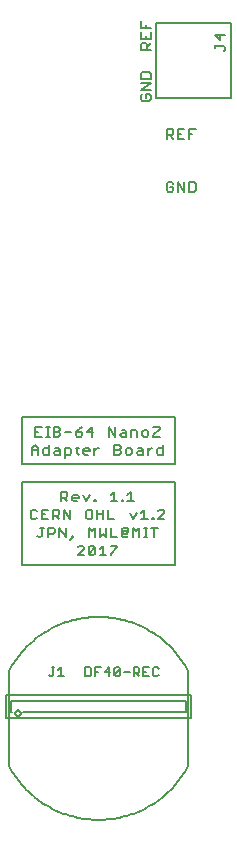
<source format=gto>
G75*
%MOIN*%
%OFA0B0*%
%FSLAX25Y25*%
%IPPOS*%
%LPD*%
%AMOC8*
5,1,8,0,0,1.08239X$1,22.5*
%
%ADD10C,0.00800*%
%ADD11C,0.00700*%
%ADD12C,0.00787*%
%ADD13C,0.00500*%
%ADD14C,0.00600*%
D10*
X0117209Y0114461D02*
X0116676Y0114995D01*
X0116676Y0117130D01*
X0117209Y0117664D01*
X0118277Y0117664D01*
X0118811Y0117130D01*
X0120359Y0117664D02*
X0120359Y0114461D01*
X0122494Y0114461D01*
X0124042Y0114461D02*
X0124042Y0117664D01*
X0125643Y0117664D01*
X0126177Y0117130D01*
X0126177Y0116062D01*
X0125643Y0115529D01*
X0124042Y0115529D01*
X0125109Y0115529D02*
X0126177Y0114461D01*
X0127725Y0114461D02*
X0127725Y0117664D01*
X0129860Y0114461D01*
X0129860Y0117664D01*
X0128939Y0120461D02*
X0127872Y0121529D01*
X0128406Y0121529D02*
X0126804Y0121529D01*
X0126804Y0120461D02*
X0126804Y0123664D01*
X0128406Y0123664D01*
X0128939Y0123130D01*
X0128939Y0122062D01*
X0128406Y0121529D01*
X0130487Y0121529D02*
X0132623Y0121529D01*
X0132623Y0122062D01*
X0132089Y0122596D01*
X0131021Y0122596D01*
X0130487Y0122062D01*
X0130487Y0120995D01*
X0131021Y0120461D01*
X0132089Y0120461D01*
X0134171Y0122596D02*
X0135238Y0120461D01*
X0136306Y0122596D01*
X0137854Y0120995D02*
X0138387Y0120995D01*
X0138387Y0120461D01*
X0137854Y0120461D01*
X0137854Y0120995D01*
X0138774Y0117664D02*
X0138774Y0114461D01*
X0138774Y0116062D02*
X0140910Y0116062D01*
X0140910Y0114461D02*
X0140910Y0117664D01*
X0142458Y0117664D02*
X0142458Y0114461D01*
X0144593Y0114461D01*
X0143378Y0111664D02*
X0143378Y0108461D01*
X0145514Y0108461D01*
X0147062Y0108995D02*
X0147062Y0111130D01*
X0147595Y0111664D01*
X0148663Y0111664D01*
X0149197Y0111130D01*
X0149197Y0110062D01*
X0148663Y0109529D01*
X0148663Y0110596D01*
X0147595Y0110596D01*
X0147595Y0109529D01*
X0148663Y0109529D01*
X0149197Y0108995D02*
X0148663Y0108461D01*
X0147595Y0108461D01*
X0147062Y0108995D01*
X0145514Y0105664D02*
X0143378Y0105664D01*
X0145514Y0105664D02*
X0145514Y0105130D01*
X0143378Y0102995D01*
X0143378Y0102461D01*
X0141830Y0102461D02*
X0139695Y0102461D01*
X0140763Y0102461D02*
X0140763Y0105664D01*
X0139695Y0104596D01*
X0138147Y0105130D02*
X0138147Y0102995D01*
X0137613Y0102461D01*
X0136546Y0102461D01*
X0136012Y0102995D01*
X0138147Y0105130D01*
X0137613Y0105664D01*
X0136546Y0105664D01*
X0136012Y0105130D01*
X0136012Y0102995D01*
X0134464Y0102461D02*
X0132329Y0102461D01*
X0134464Y0104596D01*
X0134464Y0105130D01*
X0133930Y0105664D01*
X0132863Y0105664D01*
X0132329Y0105130D01*
X0129874Y0107393D02*
X0130941Y0108461D01*
X0130407Y0108461D01*
X0130407Y0108995D01*
X0130941Y0108995D01*
X0130941Y0108461D01*
X0128326Y0108461D02*
X0128326Y0111664D01*
X0126190Y0111664D02*
X0126190Y0108461D01*
X0128326Y0108461D02*
X0126190Y0111664D01*
X0124642Y0111130D02*
X0124642Y0110062D01*
X0124109Y0109529D01*
X0122507Y0109529D01*
X0122507Y0108461D02*
X0122507Y0111664D01*
X0124109Y0111664D01*
X0124642Y0111130D01*
X0120959Y0111664D02*
X0119892Y0111664D01*
X0120425Y0111664D02*
X0120425Y0108995D01*
X0119892Y0108461D01*
X0119358Y0108461D01*
X0118824Y0108995D01*
X0118277Y0114461D02*
X0118811Y0114995D01*
X0118277Y0114461D02*
X0117209Y0114461D01*
X0120359Y0116062D02*
X0121426Y0116062D01*
X0120359Y0117664D02*
X0122494Y0117664D01*
X0135091Y0117130D02*
X0135091Y0114995D01*
X0135625Y0114461D01*
X0136693Y0114461D01*
X0137226Y0114995D01*
X0137226Y0117130D01*
X0136693Y0117664D01*
X0135625Y0117664D01*
X0135091Y0117130D01*
X0136012Y0111664D02*
X0137080Y0110596D01*
X0138147Y0111664D01*
X0138147Y0108461D01*
X0139695Y0108461D02*
X0139695Y0111664D01*
X0141830Y0111664D02*
X0141830Y0108461D01*
X0140763Y0109529D01*
X0139695Y0108461D01*
X0136012Y0108461D02*
X0136012Y0111664D01*
X0143378Y0120461D02*
X0145514Y0120461D01*
X0144446Y0120461D02*
X0144446Y0123664D01*
X0143378Y0122596D01*
X0147062Y0120995D02*
X0147595Y0120995D01*
X0147595Y0120461D01*
X0147062Y0120461D01*
X0147062Y0120995D01*
X0148903Y0120461D02*
X0151038Y0120461D01*
X0149971Y0120461D02*
X0149971Y0123664D01*
X0148903Y0122596D01*
X0149824Y0116596D02*
X0150891Y0114461D01*
X0151959Y0116596D01*
X0153507Y0116596D02*
X0154575Y0117664D01*
X0154575Y0114461D01*
X0155642Y0114461D02*
X0153507Y0114461D01*
X0152880Y0111664D02*
X0152880Y0108461D01*
X0154428Y0108461D02*
X0155495Y0108461D01*
X0154962Y0108461D02*
X0154962Y0111664D01*
X0155495Y0111664D02*
X0154428Y0111664D01*
X0152880Y0111664D02*
X0151812Y0110596D01*
X0150745Y0111664D01*
X0150745Y0108461D01*
X0156883Y0111664D02*
X0159018Y0111664D01*
X0157951Y0111664D02*
X0157951Y0108461D01*
X0157724Y0114461D02*
X0157190Y0114461D01*
X0157190Y0114995D01*
X0157724Y0114995D01*
X0157724Y0114461D01*
X0159032Y0114461D02*
X0161167Y0116596D01*
X0161167Y0117130D01*
X0160633Y0117664D01*
X0159566Y0117664D01*
X0159032Y0117130D01*
X0159032Y0114461D02*
X0161167Y0114461D01*
X0160860Y0136020D02*
X0159259Y0136020D01*
X0158725Y0136554D01*
X0158725Y0137621D01*
X0159259Y0138155D01*
X0160860Y0138155D01*
X0160860Y0139223D02*
X0160860Y0136020D01*
X0157257Y0138155D02*
X0156723Y0138155D01*
X0155656Y0137088D01*
X0155656Y0138155D02*
X0155656Y0136020D01*
X0154108Y0136020D02*
X0152506Y0136020D01*
X0151972Y0136554D01*
X0152506Y0137088D01*
X0154108Y0137088D01*
X0154108Y0137621D02*
X0154108Y0136020D01*
X0154108Y0137621D02*
X0153574Y0138155D01*
X0152506Y0138155D01*
X0150424Y0137621D02*
X0150424Y0136554D01*
X0149891Y0136020D01*
X0148823Y0136020D01*
X0148289Y0136554D01*
X0148289Y0137621D01*
X0148823Y0138155D01*
X0149891Y0138155D01*
X0150424Y0137621D01*
X0146741Y0137088D02*
X0146741Y0136554D01*
X0146207Y0136020D01*
X0144606Y0136020D01*
X0144606Y0139223D01*
X0146207Y0139223D01*
X0146741Y0138689D01*
X0146741Y0138155D01*
X0146207Y0137621D01*
X0144606Y0137621D01*
X0146207Y0137621D02*
X0146741Y0137088D01*
X0146981Y0142020D02*
X0146448Y0142554D01*
X0146981Y0143088D01*
X0148583Y0143088D01*
X0148583Y0143621D02*
X0148583Y0142020D01*
X0146981Y0142020D01*
X0144900Y0142020D02*
X0144900Y0145223D01*
X0142765Y0145223D02*
X0142765Y0142020D01*
X0144900Y0142020D02*
X0142765Y0145223D01*
X0146981Y0144155D02*
X0148049Y0144155D01*
X0148583Y0143621D01*
X0150131Y0144155D02*
X0151732Y0144155D01*
X0152266Y0143621D01*
X0152266Y0142020D01*
X0153814Y0142554D02*
X0153814Y0143621D01*
X0154348Y0144155D01*
X0155415Y0144155D01*
X0155949Y0143621D01*
X0155949Y0142554D01*
X0155415Y0142020D01*
X0154348Y0142020D01*
X0153814Y0142554D01*
X0157497Y0142554D02*
X0157497Y0142020D01*
X0159632Y0142020D01*
X0157497Y0142554D02*
X0159632Y0144689D01*
X0159632Y0145223D01*
X0157497Y0145223D01*
X0150131Y0144155D02*
X0150131Y0142020D01*
X0139455Y0138155D02*
X0138921Y0138155D01*
X0137854Y0137088D01*
X0137854Y0138155D02*
X0137854Y0136020D01*
X0136306Y0137088D02*
X0134171Y0137088D01*
X0134171Y0137621D02*
X0134704Y0138155D01*
X0135772Y0138155D01*
X0136306Y0137621D01*
X0136306Y0137088D01*
X0135772Y0136020D02*
X0134704Y0136020D01*
X0134171Y0136554D01*
X0134171Y0137621D01*
X0132783Y0138155D02*
X0131715Y0138155D01*
X0132249Y0138689D02*
X0132249Y0136554D01*
X0132783Y0136020D01*
X0130167Y0136554D02*
X0130167Y0137621D01*
X0129633Y0138155D01*
X0128032Y0138155D01*
X0128032Y0134952D01*
X0128032Y0136020D02*
X0129633Y0136020D01*
X0130167Y0136554D01*
X0126484Y0137088D02*
X0124883Y0137088D01*
X0124349Y0136554D01*
X0124883Y0136020D01*
X0126484Y0136020D01*
X0126484Y0137621D01*
X0125950Y0138155D01*
X0124883Y0138155D01*
X0122801Y0138155D02*
X0121199Y0138155D01*
X0120666Y0137621D01*
X0120666Y0136554D01*
X0121199Y0136020D01*
X0122801Y0136020D01*
X0122801Y0139223D01*
X0122961Y0142020D02*
X0121893Y0142020D01*
X0122427Y0142020D02*
X0122427Y0145223D01*
X0121893Y0145223D02*
X0122961Y0145223D01*
X0124349Y0145223D02*
X0125950Y0145223D01*
X0126484Y0144689D01*
X0126484Y0144155D01*
X0125950Y0143621D01*
X0124349Y0143621D01*
X0124349Y0142020D02*
X0124349Y0145223D01*
X0125950Y0143621D02*
X0126484Y0143088D01*
X0126484Y0142554D01*
X0125950Y0142020D01*
X0124349Y0142020D01*
X0120345Y0142020D02*
X0118210Y0142020D01*
X0118210Y0145223D01*
X0120345Y0145223D01*
X0119278Y0143621D02*
X0118210Y0143621D01*
X0118050Y0139223D02*
X0116983Y0138155D01*
X0116983Y0136020D01*
X0116983Y0137621D02*
X0119118Y0137621D01*
X0119118Y0138155D02*
X0119118Y0136020D01*
X0119118Y0138155D02*
X0118050Y0139223D01*
X0128032Y0143621D02*
X0130167Y0143621D01*
X0131715Y0143621D02*
X0131715Y0142554D01*
X0132249Y0142020D01*
X0133316Y0142020D01*
X0133850Y0142554D01*
X0133850Y0143088D01*
X0133316Y0143621D01*
X0131715Y0143621D01*
X0132783Y0144689D01*
X0133850Y0145223D01*
X0135398Y0143621D02*
X0137533Y0143621D01*
X0137000Y0142020D02*
X0137000Y0145223D01*
X0135398Y0143621D01*
D11*
X0113705Y0148494D02*
X0113705Y0132746D01*
X0164886Y0132746D01*
X0164886Y0148494D01*
X0113705Y0148494D01*
X0113705Y0126841D02*
X0164886Y0126841D01*
X0164886Y0099281D01*
X0113705Y0099281D01*
X0113705Y0126841D01*
X0162611Y0223616D02*
X0163712Y0223616D01*
X0164262Y0224166D01*
X0164262Y0225267D01*
X0163161Y0225267D01*
X0162060Y0226368D02*
X0162060Y0224166D01*
X0162611Y0223616D01*
X0162060Y0226368D02*
X0162611Y0226919D01*
X0163712Y0226919D01*
X0164262Y0226368D01*
X0165744Y0226919D02*
X0165744Y0223616D01*
X0167945Y0223616D02*
X0165744Y0226919D01*
X0167945Y0226919D02*
X0167945Y0223616D01*
X0169427Y0223616D02*
X0171078Y0223616D01*
X0171629Y0224166D01*
X0171629Y0226368D01*
X0171078Y0226919D01*
X0169427Y0226919D01*
X0169427Y0223616D01*
X0169427Y0241332D02*
X0169427Y0244635D01*
X0171629Y0244635D01*
X0170528Y0242984D02*
X0169427Y0242984D01*
X0167945Y0244635D02*
X0165744Y0244635D01*
X0165744Y0241332D01*
X0167945Y0241332D01*
X0166844Y0242984D02*
X0165744Y0242984D01*
X0164262Y0242984D02*
X0164262Y0244085D01*
X0163712Y0244635D01*
X0162060Y0244635D01*
X0162060Y0241332D01*
X0162060Y0242433D02*
X0163712Y0242433D01*
X0164262Y0242984D01*
X0163161Y0242433D02*
X0164262Y0241332D01*
X0156143Y0253936D02*
X0153941Y0253936D01*
X0153390Y0254487D01*
X0153390Y0255588D01*
X0153941Y0256138D01*
X0155042Y0256138D02*
X0155042Y0255037D01*
X0155042Y0256138D02*
X0156143Y0256138D01*
X0156693Y0255588D01*
X0156693Y0254487D01*
X0156143Y0253936D01*
X0156693Y0257620D02*
X0153390Y0257620D01*
X0156693Y0259821D01*
X0153390Y0259821D01*
X0153390Y0261303D02*
X0153390Y0262954D01*
X0153941Y0263505D01*
X0156143Y0263505D01*
X0156693Y0262954D01*
X0156693Y0261303D01*
X0153390Y0261303D01*
X0153390Y0270891D02*
X0153390Y0272543D01*
X0153941Y0273093D01*
X0155042Y0273093D01*
X0155592Y0272543D01*
X0155592Y0270891D01*
X0155592Y0271992D02*
X0156693Y0273093D01*
X0156693Y0274574D02*
X0153390Y0274574D01*
X0153390Y0276776D01*
X0153390Y0278258D02*
X0153390Y0280459D01*
X0155042Y0279359D02*
X0155042Y0278258D01*
X0156693Y0278258D02*
X0153390Y0278258D01*
X0155042Y0275675D02*
X0155042Y0274574D01*
X0156693Y0274574D02*
X0156693Y0276776D01*
X0156693Y0270891D02*
X0153390Y0270891D01*
X0178264Y0271594D02*
X0178264Y0272695D01*
X0178264Y0272145D02*
X0181017Y0272145D01*
X0181567Y0271594D01*
X0181567Y0271044D01*
X0181017Y0270494D01*
X0179916Y0274177D02*
X0178264Y0275828D01*
X0181567Y0275828D01*
X0179916Y0276379D02*
X0179916Y0274177D01*
D12*
X0169217Y0063848D02*
X0169217Y0032352D01*
X0169216Y0032352D02*
X0168823Y0031627D01*
X0168412Y0030911D01*
X0167983Y0030205D01*
X0167538Y0029510D01*
X0167076Y0028826D01*
X0166597Y0028154D01*
X0166102Y0027493D01*
X0165591Y0026845D01*
X0165065Y0026210D01*
X0164523Y0025587D01*
X0163965Y0024978D01*
X0163394Y0024383D01*
X0162808Y0023802D01*
X0162208Y0023235D01*
X0161594Y0022683D01*
X0160967Y0022146D01*
X0160327Y0021625D01*
X0159674Y0021120D01*
X0159010Y0020630D01*
X0158333Y0020157D01*
X0157645Y0019701D01*
X0156947Y0019261D01*
X0156238Y0018839D01*
X0155518Y0018434D01*
X0154789Y0018047D01*
X0154051Y0017678D01*
X0153304Y0017327D01*
X0152549Y0016994D01*
X0151786Y0016680D01*
X0151015Y0016384D01*
X0150237Y0016108D01*
X0149453Y0015850D01*
X0148663Y0015612D01*
X0147867Y0015393D01*
X0147066Y0015193D01*
X0146261Y0015013D01*
X0145451Y0014853D01*
X0144638Y0014713D01*
X0143821Y0014592D01*
X0143002Y0014492D01*
X0142180Y0014411D01*
X0141357Y0014351D01*
X0140533Y0014311D01*
X0139708Y0014291D01*
X0138882Y0014291D01*
X0138057Y0014311D01*
X0137233Y0014351D01*
X0136410Y0014411D01*
X0135588Y0014492D01*
X0134769Y0014592D01*
X0133952Y0014713D01*
X0133139Y0014853D01*
X0132329Y0015013D01*
X0131524Y0015193D01*
X0130723Y0015393D01*
X0129927Y0015612D01*
X0129137Y0015850D01*
X0128353Y0016108D01*
X0127575Y0016384D01*
X0126804Y0016680D01*
X0126041Y0016994D01*
X0125286Y0017327D01*
X0124539Y0017678D01*
X0123801Y0018047D01*
X0123072Y0018434D01*
X0122352Y0018839D01*
X0121643Y0019261D01*
X0120945Y0019701D01*
X0120257Y0020157D01*
X0119580Y0020630D01*
X0118916Y0021120D01*
X0118263Y0021625D01*
X0117623Y0022146D01*
X0116996Y0022683D01*
X0116382Y0023235D01*
X0115782Y0023802D01*
X0115196Y0024383D01*
X0114625Y0024978D01*
X0114067Y0025587D01*
X0113525Y0026210D01*
X0112999Y0026845D01*
X0112488Y0027493D01*
X0111993Y0028154D01*
X0111514Y0028826D01*
X0111052Y0029510D01*
X0110607Y0030205D01*
X0110178Y0030911D01*
X0109767Y0031627D01*
X0109374Y0032352D01*
X0109374Y0063848D01*
X0109767Y0064573D01*
X0110178Y0065289D01*
X0110607Y0065995D01*
X0111052Y0066690D01*
X0111514Y0067374D01*
X0111993Y0068046D01*
X0112488Y0068707D01*
X0112999Y0069355D01*
X0113525Y0069990D01*
X0114067Y0070613D01*
X0114625Y0071222D01*
X0115196Y0071817D01*
X0115782Y0072398D01*
X0116382Y0072965D01*
X0116996Y0073517D01*
X0117623Y0074054D01*
X0118263Y0074575D01*
X0118916Y0075080D01*
X0119580Y0075570D01*
X0120257Y0076043D01*
X0120945Y0076499D01*
X0121643Y0076939D01*
X0122352Y0077361D01*
X0123072Y0077766D01*
X0123801Y0078153D01*
X0124539Y0078522D01*
X0125286Y0078873D01*
X0126041Y0079206D01*
X0126804Y0079520D01*
X0127575Y0079816D01*
X0128353Y0080092D01*
X0129137Y0080350D01*
X0129927Y0080588D01*
X0130723Y0080807D01*
X0131524Y0081007D01*
X0132329Y0081187D01*
X0133139Y0081347D01*
X0133952Y0081487D01*
X0134769Y0081608D01*
X0135588Y0081708D01*
X0136410Y0081789D01*
X0137233Y0081849D01*
X0138057Y0081889D01*
X0138882Y0081909D01*
X0139708Y0081909D01*
X0140533Y0081889D01*
X0141357Y0081849D01*
X0142180Y0081789D01*
X0143002Y0081708D01*
X0143821Y0081608D01*
X0144638Y0081487D01*
X0145451Y0081347D01*
X0146261Y0081187D01*
X0147066Y0081007D01*
X0147867Y0080807D01*
X0148663Y0080588D01*
X0149453Y0080350D01*
X0150237Y0080092D01*
X0151015Y0079816D01*
X0151786Y0079520D01*
X0152549Y0079206D01*
X0153304Y0078873D01*
X0154051Y0078522D01*
X0154789Y0078153D01*
X0155518Y0077766D01*
X0156238Y0077361D01*
X0156947Y0076939D01*
X0157645Y0076499D01*
X0158333Y0076043D01*
X0159010Y0075570D01*
X0159674Y0075080D01*
X0160327Y0074575D01*
X0160967Y0074054D01*
X0161594Y0073517D01*
X0162208Y0072965D01*
X0162808Y0072398D01*
X0163394Y0071817D01*
X0163965Y0071222D01*
X0164523Y0070613D01*
X0165065Y0069990D01*
X0165591Y0069355D01*
X0166102Y0068707D01*
X0166597Y0068046D01*
X0167076Y0067374D01*
X0167538Y0066690D01*
X0167983Y0065995D01*
X0168412Y0065289D01*
X0168823Y0064573D01*
X0169216Y0063848D01*
D13*
X0170004Y0048100D02*
X0108587Y0048100D01*
X0108587Y0055974D01*
X0170004Y0055974D01*
X0170004Y0048100D01*
X0168429Y0050069D02*
X0114098Y0050069D01*
X0111537Y0049855D02*
X0111539Y0049915D01*
X0111545Y0049974D01*
X0111555Y0050033D01*
X0111569Y0050091D01*
X0111586Y0050148D01*
X0111608Y0050204D01*
X0111633Y0050258D01*
X0111662Y0050311D01*
X0111694Y0050361D01*
X0111729Y0050409D01*
X0111768Y0050455D01*
X0111809Y0050498D01*
X0111854Y0050538D01*
X0111901Y0050575D01*
X0111950Y0050609D01*
X0112001Y0050639D01*
X0112055Y0050666D01*
X0112110Y0050689D01*
X0112166Y0050709D01*
X0112224Y0050725D01*
X0112282Y0050737D01*
X0112342Y0050745D01*
X0112401Y0050749D01*
X0112461Y0050749D01*
X0112520Y0050745D01*
X0112580Y0050737D01*
X0112638Y0050725D01*
X0112696Y0050709D01*
X0112752Y0050689D01*
X0112807Y0050666D01*
X0112861Y0050639D01*
X0112912Y0050609D01*
X0112961Y0050575D01*
X0113008Y0050538D01*
X0113053Y0050498D01*
X0113094Y0050455D01*
X0113133Y0050409D01*
X0113168Y0050361D01*
X0113200Y0050311D01*
X0113229Y0050258D01*
X0113254Y0050204D01*
X0113276Y0050148D01*
X0113293Y0050091D01*
X0113307Y0050033D01*
X0113317Y0049974D01*
X0113323Y0049915D01*
X0113325Y0049855D01*
X0113323Y0049795D01*
X0113317Y0049736D01*
X0113307Y0049677D01*
X0113293Y0049619D01*
X0113276Y0049562D01*
X0113254Y0049506D01*
X0113229Y0049452D01*
X0113200Y0049399D01*
X0113168Y0049349D01*
X0113133Y0049301D01*
X0113094Y0049255D01*
X0113053Y0049212D01*
X0113008Y0049172D01*
X0112961Y0049135D01*
X0112912Y0049101D01*
X0112861Y0049071D01*
X0112807Y0049044D01*
X0112752Y0049021D01*
X0112696Y0049001D01*
X0112638Y0048985D01*
X0112580Y0048973D01*
X0112520Y0048965D01*
X0112461Y0048961D01*
X0112401Y0048961D01*
X0112342Y0048965D01*
X0112282Y0048973D01*
X0112224Y0048985D01*
X0112166Y0049001D01*
X0112110Y0049021D01*
X0112055Y0049044D01*
X0112001Y0049071D01*
X0111950Y0049101D01*
X0111901Y0049135D01*
X0111854Y0049172D01*
X0111809Y0049212D01*
X0111768Y0049255D01*
X0111729Y0049301D01*
X0111694Y0049349D01*
X0111662Y0049399D01*
X0111633Y0049452D01*
X0111608Y0049506D01*
X0111586Y0049562D01*
X0111569Y0049619D01*
X0111555Y0049677D01*
X0111545Y0049736D01*
X0111539Y0049795D01*
X0111537Y0049855D01*
X0110555Y0050069D02*
X0110161Y0050069D01*
X0110161Y0054006D01*
X0168429Y0054006D01*
X0168429Y0050069D01*
X0158291Y0255010D02*
X0183291Y0255010D01*
X0183291Y0280010D01*
X0158291Y0280010D01*
X0158291Y0255010D01*
D14*
X0157914Y0065082D02*
X0157430Y0064599D01*
X0157430Y0062664D01*
X0157914Y0062180D01*
X0158881Y0062180D01*
X0159365Y0062664D01*
X0159365Y0064599D02*
X0158881Y0065082D01*
X0157914Y0065082D01*
X0156142Y0065082D02*
X0154207Y0065082D01*
X0154207Y0062180D01*
X0156142Y0062180D01*
X0155175Y0063631D02*
X0154207Y0063631D01*
X0152920Y0063631D02*
X0152436Y0063147D01*
X0150985Y0063147D01*
X0151952Y0063147D02*
X0152920Y0062180D01*
X0152920Y0063631D02*
X0152920Y0064599D01*
X0152436Y0065082D01*
X0150985Y0065082D01*
X0150985Y0062180D01*
X0149697Y0063631D02*
X0147762Y0063631D01*
X0146474Y0062664D02*
X0145990Y0062180D01*
X0145023Y0062180D01*
X0144539Y0062664D01*
X0146474Y0064599D01*
X0146474Y0062664D01*
X0146474Y0064599D02*
X0145990Y0065082D01*
X0145023Y0065082D01*
X0144539Y0064599D01*
X0144539Y0062664D01*
X0143251Y0063631D02*
X0141316Y0063631D01*
X0142768Y0065082D01*
X0142768Y0062180D01*
X0140029Y0065082D02*
X0138094Y0065082D01*
X0138094Y0062180D01*
X0136806Y0062664D02*
X0136806Y0064599D01*
X0136322Y0065082D01*
X0134871Y0065082D01*
X0134871Y0062180D01*
X0136322Y0062180D01*
X0136806Y0062664D01*
X0138094Y0063631D02*
X0139061Y0063631D01*
X0127824Y0062180D02*
X0125889Y0062180D01*
X0126856Y0062180D02*
X0126856Y0065082D01*
X0125889Y0064115D01*
X0124601Y0065082D02*
X0123634Y0065082D01*
X0124117Y0065082D02*
X0124117Y0062664D01*
X0123634Y0062180D01*
X0123150Y0062180D01*
X0122666Y0062664D01*
M02*

</source>
